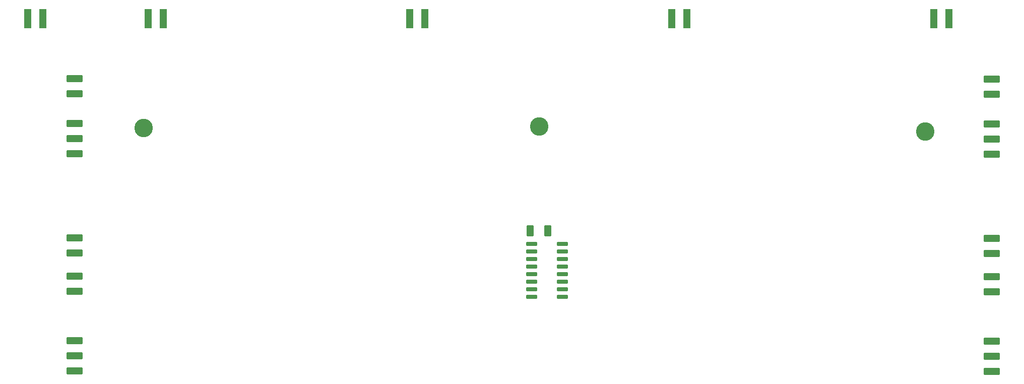
<source format=gbr>
%TF.GenerationSoftware,KiCad,Pcbnew,(6.0.7-1)-1*%
%TF.CreationDate,2022-12-02T15:50:45+01:00*%
%TF.ProjectId,3x8,3378382e-6b69-4636-9164-5f7063625858,rev?*%
%TF.SameCoordinates,Original*%
%TF.FileFunction,Soldermask,Bot*%
%TF.FilePolarity,Negative*%
%FSLAX46Y46*%
G04 Gerber Fmt 4.6, Leading zero omitted, Abs format (unit mm)*
G04 Created by KiCad (PCBNEW (6.0.7-1)-1) date 2022-12-02 15:50:45*
%MOMM*%
%LPD*%
G01*
G04 APERTURE LIST*
G04 Aperture macros list*
%AMRoundRect*
0 Rectangle with rounded corners*
0 $1 Rounding radius*
0 $2 $3 $4 $5 $6 $7 $8 $9 X,Y pos of 4 corners*
0 Add a 4 corners polygon primitive as box body*
4,1,4,$2,$3,$4,$5,$6,$7,$8,$9,$2,$3,0*
0 Add four circle primitives for the rounded corners*
1,1,$1+$1,$2,$3*
1,1,$1+$1,$4,$5*
1,1,$1+$1,$6,$7*
1,1,$1+$1,$8,$9*
0 Add four rect primitives between the rounded corners*
20,1,$1+$1,$2,$3,$4,$5,0*
20,1,$1+$1,$4,$5,$6,$7,0*
20,1,$1+$1,$6,$7,$8,$9,0*
20,1,$1+$1,$8,$9,$2,$3,0*%
G04 Aperture macros list end*
%ADD10C,3.100000*%
%ADD11RoundRect,0.050000X1.300000X0.510000X-1.300000X0.510000X-1.300000X-0.510000X1.300000X-0.510000X0*%
%ADD12RoundRect,0.050000X-1.300000X-0.510000X1.300000X-0.510000X1.300000X0.510000X-1.300000X0.510000X0*%
%ADD13RoundRect,0.050000X0.510000X-1.600000X0.510000X1.600000X-0.510000X1.600000X-0.510000X-1.600000X0*%
%ADD14RoundRect,0.200000X0.725000X0.150000X-0.725000X0.150000X-0.725000X-0.150000X0.725000X-0.150000X0*%
%ADD15RoundRect,0.300000X-0.325000X-0.650000X0.325000X-0.650000X0.325000X0.650000X-0.325000X0.650000X0*%
G04 APERTURE END LIST*
D10*
%TO.C,M2*%
X105980000Y-53920000D03*
%TD*%
%TO.C,M3*%
X170850000Y-54720000D03*
%TD*%
%TO.C,M1*%
X39540000Y-54160000D03*
%TD*%
D11*
%TO.C,J19*%
X182020000Y-79110000D03*
X182020000Y-81650000D03*
%TD*%
D12*
%TO.C,J16*%
X27970000Y-95000000D03*
X27970000Y-92460000D03*
X27970000Y-89920000D03*
%TD*%
D13*
%TO.C,J2*%
X40280000Y-35810000D03*
X42820000Y-35810000D03*
%TD*%
D11*
%TO.C,J13*%
X182030000Y-53475000D03*
X182030000Y-56015000D03*
X182030000Y-58555000D03*
%TD*%
D14*
%TO.C,UI1*%
X109936904Y-73635000D03*
X109936904Y-74905000D03*
X109936904Y-76175000D03*
X109936904Y-77445000D03*
X109936904Y-78715000D03*
X109936904Y-79985000D03*
X109936904Y-81255000D03*
X109936904Y-82525000D03*
X104786904Y-82525000D03*
X104786904Y-81255000D03*
X104786904Y-79985000D03*
X104786904Y-78715000D03*
X104786904Y-77445000D03*
X104786904Y-76175000D03*
X104786904Y-74905000D03*
X104786904Y-73635000D03*
%TD*%
D12*
%TO.C,J14*%
X27980000Y-48450000D03*
X27980000Y-45910000D03*
%TD*%
D11*
%TO.C,J17*%
X182030000Y-90000000D03*
X182030000Y-92540000D03*
X182030000Y-95080000D03*
%TD*%
D13*
%TO.C,J3*%
X84280000Y-35810000D03*
X86820000Y-35810000D03*
%TD*%
D15*
%TO.C,CI1*%
X104485000Y-71440000D03*
X107435000Y-71440000D03*
%TD*%
D12*
%TO.C,J20*%
X27980000Y-75180000D03*
X27980000Y-72640000D03*
%TD*%
%TO.C,J18*%
X27980000Y-81590000D03*
X27980000Y-79050000D03*
%TD*%
D13*
%TO.C,J10*%
X20080000Y-35810000D03*
X22620000Y-35810000D03*
%TD*%
D11*
%TO.C,J21*%
X182020000Y-72700000D03*
X182020000Y-75240000D03*
%TD*%
%TO.C,J15*%
X182020000Y-45970000D03*
X182020000Y-48510000D03*
%TD*%
D12*
%TO.C,J12*%
X27970000Y-58475000D03*
X27970000Y-55935000D03*
X27970000Y-53395000D03*
%TD*%
D13*
%TO.C,J5*%
X172280000Y-35810000D03*
X174820000Y-35810000D03*
%TD*%
%TO.C,J4*%
X128280000Y-35810000D03*
X130820000Y-35810000D03*
%TD*%
M02*

</source>
